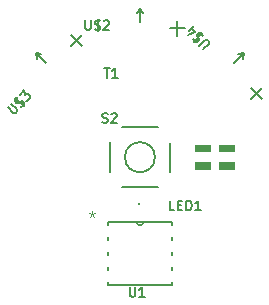
<source format=gto>
G04 #@! TF.GenerationSoftware,KiCad,Pcbnew,(6.0.0)*
G04 #@! TF.CreationDate,2022-11-07T22:53:33+10:30*
G04 #@! TF.ProjectId,MicroTVbGone_r2,4d696372-6f54-4566-9247-6f6e655f7232,rev?*
G04 #@! TF.SameCoordinates,Original*
G04 #@! TF.FileFunction,Legend,Top*
G04 #@! TF.FilePolarity,Positive*
%FSLAX46Y46*%
G04 Gerber Fmt 4.6, Leading zero omitted, Abs format (unit mm)*
G04 Created by KiCad (PCBNEW (6.0.0)) date 2022-11-07 22:53:33*
%MOMM*%
%LPD*%
G01*
G04 APERTURE LIST*
%ADD10C,0.200000*%
%ADD11C,0.076200*%
%ADD12C,0.203200*%
%ADD13C,0.152400*%
G04 APERTURE END LIST*
D10*
G04 #@! TO.C,U$2*
X143895653Y-93395904D02*
X143895653Y-94043523D01*
X143933748Y-94119714D01*
X143971843Y-94157809D01*
X144048034Y-94195904D01*
X144200415Y-94195904D01*
X144276605Y-94157809D01*
X144314700Y-94119714D01*
X144352796Y-94043523D01*
X144352796Y-93395904D01*
X144695653Y-94157809D02*
X144809938Y-94195904D01*
X145000415Y-94195904D01*
X145076605Y-94157809D01*
X145114700Y-94119714D01*
X145152796Y-94043523D01*
X145152796Y-93967333D01*
X145114700Y-93891142D01*
X145076605Y-93853047D01*
X145000415Y-93814952D01*
X144848034Y-93776857D01*
X144771843Y-93738761D01*
X144733748Y-93700666D01*
X144695653Y-93624476D01*
X144695653Y-93548285D01*
X144733748Y-93472095D01*
X144771843Y-93434000D01*
X144848034Y-93395904D01*
X145038510Y-93395904D01*
X145152796Y-93434000D01*
X144924224Y-93281619D02*
X144924224Y-94310190D01*
X145457557Y-93472095D02*
X145495653Y-93434000D01*
X145571843Y-93395904D01*
X145762319Y-93395904D01*
X145838510Y-93434000D01*
X145876605Y-93472095D01*
X145914700Y-93548285D01*
X145914700Y-93624476D01*
X145876605Y-93738761D01*
X145419462Y-94195904D01*
X145914700Y-94195904D01*
G04 #@! TO.C,U$3*
X137301988Y-100780766D02*
X137759923Y-101238702D01*
X137840736Y-101265639D01*
X137894610Y-101265639D01*
X137975423Y-101238702D01*
X138083172Y-101130952D01*
X138110110Y-101050140D01*
X138110110Y-100996265D01*
X138083172Y-100915453D01*
X137625236Y-100457517D01*
X138406421Y-100753828D02*
X138514171Y-100699954D01*
X138648858Y-100565267D01*
X138675795Y-100484454D01*
X138675795Y-100430580D01*
X138648858Y-100349767D01*
X138594983Y-100295893D01*
X138514171Y-100268955D01*
X138460296Y-100268955D01*
X138379484Y-100295893D01*
X138244797Y-100376705D01*
X138163984Y-100403642D01*
X138110110Y-100403642D01*
X138029297Y-100376705D01*
X137975423Y-100322830D01*
X137948485Y-100242018D01*
X137948485Y-100188143D01*
X137975423Y-100107331D01*
X138110110Y-99972644D01*
X138217859Y-99918769D01*
X137948485Y-99972644D02*
X138675795Y-100699954D01*
X138379484Y-99703270D02*
X138729670Y-99353084D01*
X138756607Y-99757145D01*
X138837419Y-99676332D01*
X138918232Y-99649395D01*
X138972106Y-99649395D01*
X139052919Y-99676332D01*
X139187606Y-99811019D01*
X139214543Y-99891832D01*
X139214543Y-99945706D01*
X139187606Y-100026519D01*
X139025981Y-100188143D01*
X138945169Y-100215080D01*
X138891294Y-100215080D01*
G04 #@! TO.C,T1*
X145494190Y-97459904D02*
X145951333Y-97459904D01*
X145722761Y-98259904D02*
X145722761Y-97459904D01*
X146637047Y-98259904D02*
X146179904Y-98259904D01*
X146408476Y-98259904D02*
X146408476Y-97459904D01*
X146332285Y-97574190D01*
X146256095Y-97650380D01*
X146179904Y-97688476D01*
G04 #@! TO.C,U1*
X147640476Y-116001904D02*
X147640476Y-116649523D01*
X147678571Y-116725714D01*
X147716666Y-116763809D01*
X147792857Y-116801904D01*
X147945238Y-116801904D01*
X148021428Y-116763809D01*
X148059523Y-116725714D01*
X148097619Y-116649523D01*
X148097619Y-116001904D01*
X148897619Y-116801904D02*
X148440476Y-116801904D01*
X148669047Y-116801904D02*
X148669047Y-116001904D01*
X148592857Y-116116190D01*
X148516666Y-116192380D01*
X148440476Y-116230476D01*
D11*
X144458810Y-109569552D02*
X144458810Y-109853790D01*
X144174572Y-109740095D02*
X144458810Y-109853790D01*
X144743049Y-109740095D01*
X144288268Y-110081180D02*
X144458810Y-109853790D01*
X144629353Y-110081180D01*
X144458810Y-109569552D02*
X144458810Y-109853790D01*
X144174572Y-109740095D02*
X144458810Y-109853790D01*
X144743049Y-109740095D01*
X144288268Y-110081180D02*
X144458810Y-109853790D01*
X144629353Y-110081180D01*
D10*
G04 #@! TO.C,U$4*
X153866766Y-95870011D02*
X154324702Y-95412076D01*
X154351639Y-95331263D01*
X154351639Y-95277389D01*
X154324702Y-95196576D01*
X154216952Y-95088827D01*
X154136140Y-95061889D01*
X154082265Y-95061889D01*
X154001453Y-95088827D01*
X153543517Y-95546763D01*
X153839828Y-94765578D02*
X153785954Y-94657828D01*
X153651267Y-94523141D01*
X153570454Y-94496204D01*
X153516580Y-94496204D01*
X153435767Y-94523141D01*
X153381893Y-94577016D01*
X153354955Y-94657828D01*
X153354955Y-94711703D01*
X153381893Y-94792515D01*
X153462705Y-94927202D01*
X153489642Y-95008015D01*
X153489642Y-95061889D01*
X153462705Y-95142702D01*
X153408830Y-95196576D01*
X153328018Y-95223514D01*
X153274143Y-95223514D01*
X153193331Y-95196576D01*
X153058644Y-95061889D01*
X153004769Y-94954140D01*
X153058644Y-95223514D02*
X153785954Y-94496204D01*
X152681520Y-94307642D02*
X153058644Y-93930519D01*
X152600708Y-94657828D02*
X153139456Y-94388454D01*
X152789270Y-94038268D01*
G04 #@! TO.C,LED1*
X151432095Y-109473904D02*
X151051142Y-109473904D01*
X151051142Y-108673904D01*
X151698761Y-109054857D02*
X151965428Y-109054857D01*
X152079714Y-109473904D02*
X151698761Y-109473904D01*
X151698761Y-108673904D01*
X152079714Y-108673904D01*
X152422571Y-109473904D02*
X152422571Y-108673904D01*
X152613047Y-108673904D01*
X152727333Y-108712000D01*
X152803523Y-108788190D01*
X152841619Y-108864380D01*
X152879714Y-109016761D01*
X152879714Y-109131047D01*
X152841619Y-109283428D01*
X152803523Y-109359619D01*
X152727333Y-109435809D01*
X152613047Y-109473904D01*
X152422571Y-109473904D01*
X153641619Y-109473904D02*
X153184476Y-109473904D01*
X153413047Y-109473904D02*
X153413047Y-108673904D01*
X153336857Y-108788190D01*
X153260666Y-108864380D01*
X153184476Y-108902476D01*
G04 #@! TO.C,S2*
X145316380Y-102031809D02*
X145430666Y-102069904D01*
X145621142Y-102069904D01*
X145697333Y-102031809D01*
X145735428Y-101993714D01*
X145773523Y-101917523D01*
X145773523Y-101841333D01*
X145735428Y-101765142D01*
X145697333Y-101727047D01*
X145621142Y-101688952D01*
X145468761Y-101650857D01*
X145392571Y-101612761D01*
X145354476Y-101574666D01*
X145316380Y-101498476D01*
X145316380Y-101422285D01*
X145354476Y-101346095D01*
X145392571Y-101308000D01*
X145468761Y-101269904D01*
X145659238Y-101269904D01*
X145773523Y-101308000D01*
X146078285Y-101346095D02*
X146116380Y-101308000D01*
X146192571Y-101269904D01*
X146383047Y-101269904D01*
X146459238Y-101308000D01*
X146497333Y-101346095D01*
X146535428Y-101422285D01*
X146535428Y-101498476D01*
X146497333Y-101612761D01*
X146040190Y-102069904D01*
X146535428Y-102069904D01*
D12*
G04 #@! TO.C,U$2*
X148501100Y-93573600D02*
X148501100Y-92430600D01*
X151676100Y-93446600D02*
X151676100Y-94716600D01*
X148501100Y-92430600D02*
X148247100Y-92811600D01*
X152311100Y-94081600D02*
X151041100Y-94081600D01*
X148501100Y-92430600D02*
X148755100Y-92811600D01*
G04 #@! TO.C,R1*
G36*
X154533600Y-104597200D02*
G01*
X153133600Y-104597200D01*
X153133600Y-103947200D01*
X154533600Y-103947200D01*
X154533600Y-104597200D01*
G37*
G36*
X154533600Y-106070400D02*
G01*
X153133600Y-106070400D01*
X153133600Y-105420400D01*
X154533600Y-105420400D01*
X154533600Y-106070400D01*
G37*
G04 #@! TO.C,U$3*
X139713667Y-96216167D02*
X140162680Y-96305969D01*
X142677151Y-94689523D02*
X143575177Y-95587549D01*
X139713667Y-96216167D02*
X139803469Y-96665180D01*
X140521890Y-97024390D02*
X139713667Y-96216167D01*
X143575177Y-94689523D02*
X142677151Y-95587549D01*
G04 #@! TO.C,R5*
G36*
X156568600Y-104586800D02*
G01*
X155168600Y-104586800D01*
X155168600Y-103936800D01*
X156568600Y-103936800D01*
X156568600Y-104586800D01*
G37*
G36*
X156568600Y-106060000D02*
G01*
X155168600Y-106060000D01*
X155168600Y-105410000D01*
X156568600Y-105410000D01*
X156568600Y-106060000D01*
G37*
D13*
G04 #@! TO.C,U1*
X151193500Y-110718600D02*
X151193500Y-110464600D01*
X151193500Y-113258600D02*
X151193500Y-113004600D01*
X151193500Y-115798600D02*
X151193500Y-115544600D01*
X145808700Y-113004600D02*
X145808700Y-113258600D01*
X145808700Y-115544600D02*
X145808700Y-115798600D01*
X145808700Y-114274600D02*
X145808700Y-114528600D01*
X151193500Y-110464600D02*
X148805900Y-110464600D01*
X145808700Y-115798600D02*
X151193500Y-115798600D01*
X148196300Y-110464600D02*
X145808700Y-110464600D01*
X148805900Y-110464600D02*
X148196300Y-110464600D01*
X151193500Y-111988600D02*
X151193500Y-111734600D01*
X151193500Y-114528600D02*
X151193500Y-114274600D01*
X145808700Y-111734600D02*
X145808700Y-111988600D01*
X145808700Y-110464600D02*
X145808700Y-110718600D01*
X148196300Y-110464600D02*
G75*
G03*
X148805900Y-110464600I304800J0D01*
G01*
X148196300Y-110464600D02*
G75*
G03*
X148805900Y-110464600I304800J0D01*
G01*
D12*
G04 #@! TO.C,U$4*
X157288533Y-96216167D02*
X157198731Y-96665180D01*
X158815177Y-100077677D02*
X157917151Y-99179651D01*
X157288533Y-96216167D02*
X156839520Y-96305969D01*
X156480310Y-97024390D02*
X157288533Y-96216167D01*
X158815177Y-99179651D02*
X157917151Y-100077677D01*
G04 #@! TO.C,LED1*
G36*
X148501100Y-109066000D02*
G01*
X148301100Y-109066000D01*
X148301100Y-108866000D01*
X148501100Y-108866000D01*
X148501100Y-109066000D01*
G37*
G04 #@! TO.C,S2*
X151041100Y-103763600D02*
X151041100Y-106243600D01*
X145961100Y-106243600D02*
X145961100Y-103733600D01*
X150041100Y-107543600D02*
X146961100Y-107543600D01*
X146961100Y-102463600D02*
X150041100Y-102463600D01*
X149771100Y-105003600D02*
G75*
G03*
X149771100Y-105003600I-1270000J0D01*
G01*
G04 #@! TD*
M02*

</source>
